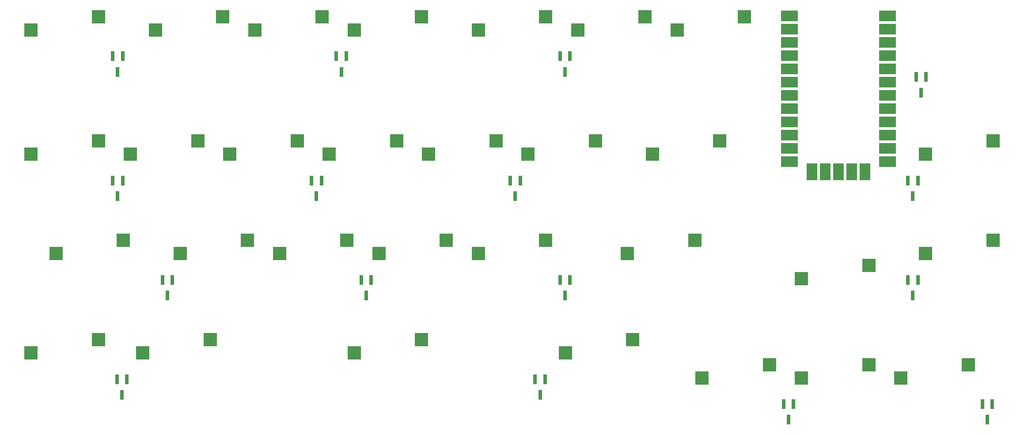
<source format=gbp>
G04 #@! TF.GenerationSoftware,KiCad,Pcbnew,(6.0.7)*
G04 #@! TF.CreationDate,2022-09-20T21:37:39+02:00*
G04 #@! TF.ProjectId,pcb,7063622e-6b69-4636-9164-5f7063625858,rev?*
G04 #@! TF.SameCoordinates,Original*
G04 #@! TF.FileFunction,Paste,Bot*
G04 #@! TF.FilePolarity,Positive*
%FSLAX46Y46*%
G04 Gerber Fmt 4.6, Leading zero omitted, Abs format (unit mm)*
G04 Created by KiCad (PCBNEW (6.0.7)) date 2022-09-20 21:37:39*
%MOMM*%
%LPD*%
G01*
G04 APERTURE LIST*
%ADD10R,2.550000X2.500000*%
%ADD11R,0.800000X1.900000*%
%ADD12R,3.250000X2.000000*%
%ADD13R,2.000000X3.250000*%
G04 APERTURE END LIST*
D10*
X54827500Y-45085000D03*
X67754500Y-42545000D03*
X83402500Y-64135000D03*
X96329500Y-61595000D03*
X40540000Y-21272500D03*
X53467000Y-18732500D03*
X45302500Y-64135000D03*
X58229500Y-61595000D03*
X102452500Y-21272500D03*
X115379500Y-18732500D03*
X16727500Y-45085000D03*
X29654500Y-42545000D03*
X64352500Y-64135000D03*
X77279500Y-61595000D03*
X78640000Y-83185000D03*
X91567000Y-80645000D03*
X78640000Y-21272500D03*
X91567000Y-18732500D03*
X102452500Y-64135000D03*
X115379500Y-61595000D03*
X183415000Y-87947500D03*
X196342000Y-85407500D03*
X73877500Y-45085000D03*
X86804500Y-42545000D03*
X59590000Y-21272500D03*
X72517000Y-18732500D03*
X188177500Y-45085000D03*
X201104500Y-42545000D03*
X135790000Y-45085000D03*
X148717000Y-42545000D03*
X92927500Y-45085000D03*
X105854500Y-42545000D03*
X35777500Y-45085000D03*
X48704500Y-42545000D03*
X119121250Y-83185000D03*
X132048250Y-80645000D03*
X16727500Y-21272500D03*
X29654500Y-18732500D03*
X140552500Y-21272500D03*
X153479500Y-18732500D03*
X16727500Y-83185000D03*
X29654500Y-80645000D03*
X164365000Y-87947500D03*
X177292000Y-85407500D03*
X145315000Y-87947500D03*
X158242000Y-85407500D03*
X111977500Y-45085000D03*
X124904500Y-42545000D03*
X188177500Y-64135000D03*
X201104500Y-61595000D03*
X121502500Y-21272500D03*
X134429500Y-18732500D03*
X131027500Y-64135000D03*
X143954500Y-61595000D03*
X38158750Y-83185000D03*
X51085750Y-80645000D03*
X164365000Y-68897500D03*
X177292000Y-66357500D03*
X21490000Y-64135000D03*
X34417000Y-61595000D03*
D11*
X33181250Y-88193750D03*
X35081250Y-88193750D03*
X34131250Y-91193750D03*
X113350000Y-88193750D03*
X115250000Y-88193750D03*
X114300000Y-91193750D03*
D12*
X180848000Y-18573750D03*
X180848000Y-21113750D03*
X180848000Y-23653750D03*
X180848000Y-26193750D03*
X180848000Y-28733750D03*
X180848000Y-31273750D03*
X180848000Y-33813750D03*
X180848000Y-36353750D03*
X180848000Y-38893750D03*
X180848000Y-41433750D03*
X180848000Y-43973750D03*
X180848000Y-46513750D03*
X162052000Y-46513750D03*
X162052000Y-43973750D03*
X162052000Y-41433750D03*
X162052000Y-38893750D03*
X162052000Y-36353750D03*
X162052000Y-33813750D03*
X162052000Y-31273750D03*
X162052000Y-28733750D03*
X162052000Y-26193750D03*
X162052000Y-23653750D03*
X162052000Y-21113750D03*
X162052000Y-18573750D03*
D13*
X176530000Y-48418750D03*
X173990000Y-48418750D03*
X171450000Y-48418750D03*
X168910000Y-48418750D03*
X166370000Y-48418750D03*
D11*
X118112500Y-26281250D03*
X120012500Y-26281250D03*
X119062500Y-29281250D03*
X75250000Y-26281250D03*
X77150000Y-26281250D03*
X76200000Y-29281250D03*
X186375000Y-30250000D03*
X188275000Y-30250000D03*
X187325000Y-33250000D03*
X41912500Y-69143750D03*
X43812500Y-69143750D03*
X42862500Y-72143750D03*
X80012500Y-69143750D03*
X81912500Y-69143750D03*
X80962500Y-72143750D03*
X70487500Y-50093750D03*
X72387500Y-50093750D03*
X71437500Y-53093750D03*
X199075000Y-92956250D03*
X200975000Y-92956250D03*
X200025000Y-95956250D03*
X184787500Y-69143750D03*
X186687500Y-69143750D03*
X185737500Y-72143750D03*
X160975000Y-92956250D03*
X162875000Y-92956250D03*
X161925000Y-95956250D03*
X32387500Y-50093750D03*
X34287500Y-50093750D03*
X33337500Y-53093750D03*
X32387500Y-26281250D03*
X34287500Y-26281250D03*
X33337500Y-29281250D03*
X184787500Y-50093750D03*
X186687500Y-50093750D03*
X185737500Y-53093750D03*
X118112500Y-69143750D03*
X120012500Y-69143750D03*
X119062500Y-72143750D03*
X108587500Y-50093750D03*
X110487500Y-50093750D03*
X109537500Y-53093750D03*
M02*

</source>
